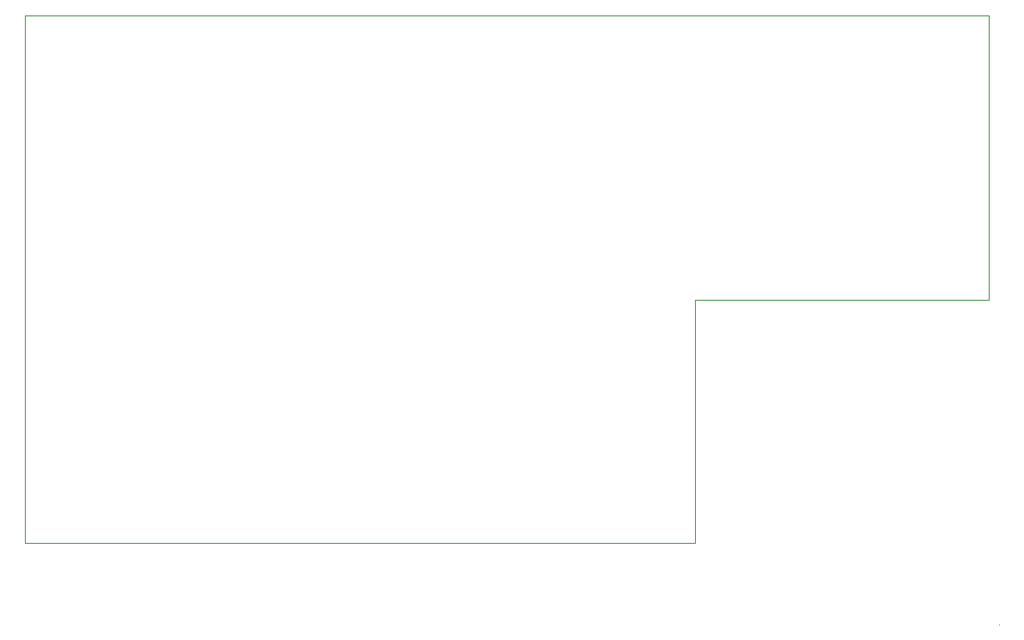
<source format=gm1>
G04 #@! TF.GenerationSoftware,KiCad,Pcbnew,7.0.1-3b83917a11~171~ubuntu22.04.1*
G04 #@! TF.CreationDate,2023-03-12T10:58:09-04:00*
G04 #@! TF.ProjectId,pmf_daughter,706d665f-6461-4756-9768-7465722e6b69,rev?*
G04 #@! TF.SameCoordinates,Original*
G04 #@! TF.FileFunction,Profile,NP*
%FSLAX46Y46*%
G04 Gerber Fmt 4.6, Leading zero omitted, Abs format (unit mm)*
G04 Created by KiCad (PCBNEW 7.0.1-3b83917a11~171~ubuntu22.04.1) date 2023-03-12 10:58:09*
%MOMM*%
%LPD*%
G01*
G04 APERTURE LIST*
G04 #@! TA.AperFunction,Profile*
%ADD10C,0.100000*%
G04 #@! TD*
G04 APERTURE END LIST*
D10*
X118000000Y-43000000D02*
X118000000Y-67000000D01*
X147040000Y-15000000D02*
X147040000Y-43000000D01*
X148000000Y-75000000D02*
X148000000Y-75000000D01*
X52000000Y-67000000D02*
X52000000Y-15000000D01*
X148000000Y-75000000D02*
X148000000Y-75000000D01*
X52000000Y-15000000D02*
X147040000Y-15000000D01*
X147040000Y-43000000D02*
X118000000Y-43000000D01*
X118000000Y-67000000D02*
X52000000Y-67000000D01*
M02*

</source>
